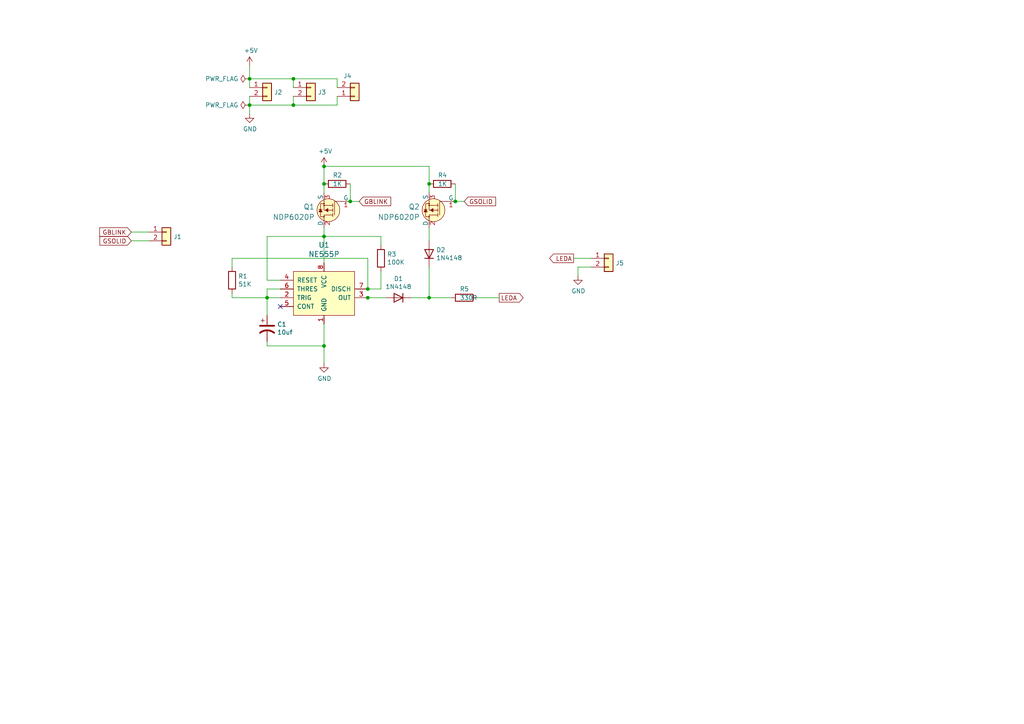
<source format=kicad_sch>
(kicad_sch (version 20211123) (generator eeschema)
  (paper "A4")
  (lib_symbols
    (symbol "Connector_Generic:Conn_01x02" (pin_names (offset 1.016) hide)
      (property "Reference" "J" (at 0 2.54 0))
      (property "Value" "Conn_01x02" (at 0 -5.08 0))
      (symbol "Conn_01x02_1_1"
        (rectangle (start -1.27 -2.413) (end 0 -2.667) (stroke (width 0.1524)))
        (rectangle (start -1.27 0.127) (end 0 -0.127) (stroke (width 0.1524)))
        (rectangle (start -1.27 1.27) (end 1.27 -3.81) (stroke (width 0.254)) (fill (type background)))
        (pin passive line (at -5.08 0 0) (length 3.81) (name "Pin_1") (number "1"))
        (pin passive line (at -5.08 -2.54 0) (length 3.81) (name "Pin_2") (number "2"))
      )
    )
    (symbol "Device:CP1" (pin_numbers hide) (pin_names (offset 0.254) hide)
      (property "Reference" "C" (at 0.635 2.54 0))
      (property "Value" "Device_CP1" (at 0.635 -2.54 0))
      (symbol "CP1_0_1"
        (polyline (pts (xy -2.032 0.762) (xy 2.032 0.762)) (stroke (width 0.508)))
        (polyline (pts (xy -1.778 2.286) (xy -0.762 2.286)))
        (polyline (pts (xy -1.27 1.778) (xy -1.27 2.794)))
        (arc (start 2.032 -1.27) (mid 0 -0.5572) (end -2.032 -1.27) (stroke (width 0.508)))
      )
      (symbol "CP1_1_1"
        (pin passive line (at 0 3.81 270) (length 2.794) (name "~") (number "1"))
        (pin passive line (at 0 -3.81 90) (length 3.302) (name "~") (number "2"))
      )
    )
    (symbol "Device:D" (pin_numbers hide) (pin_names (offset 1.016) hide)
      (property "Reference" "D" (at 0 2.54 0))
      (property "Value" "D" (at 0 -2.54 0))
      (symbol "D_0_1"
        (polyline (pts (xy -1.27 1.27) (xy -1.27 -1.27)) (stroke (width 0.254)))
        (polyline (pts (xy 1.27 0) (xy -1.27 0)))
        (polyline (pts (xy 1.27 1.27) (xy 1.27 -1.27) (xy -1.27 0) (xy 1.27 1.27)) (stroke (width 0.254)))
      )
      (symbol "D_1_1"
        (pin passive line (at -3.81 0 0) (length 2.54) (name "K") (number "1"))
        (pin passive line (at 3.81 0 180) (length 2.54) (name "A") (number "2"))
      )
    )
    (symbol "Device:R" (pin_numbers hide) (pin_names (offset 0))
      (property "Reference" "R" (at 2.032 0 90))
      (property "Value" "R" (at 0 0 90))
      (symbol "R_0_1"
        (rectangle (start -1.016 -2.54) (end 1.016 2.54) (stroke (width 0.254)))
      )
      (symbol "R_1_1"
        (pin passive line (at 0 3.81 270) (length 1.27) (name "~") (number "1"))
        (pin passive line (at 0 -3.81 90) (length 1.27) (name "~") (number "2"))
      )
    )
    (symbol "dk_Clock-Timing-Programmable-Timers-and-Oscillators:NE555P" (pin_names (offset 1.016))
      (property "Reference" "U" (at -8.89 6.35 0))
      (property "Value" "NE555P" (at 1.27 -8.89 0))
      (symbol "NE555P_0_1"
        (rectangle (start -8.89 5.08) (end 8.89 -7.62) (fill (type background)))
      )
      (symbol "NE555P_1_1"
        (pin power_in line (at 0 -10.16 90) (length 2.54) (name "GND") (number "1"))
        (pin input line (at -12.7 -2.54 0) (length 3.81) (name "TRIG") (number "2"))
        (pin output line (at 12.7 -2.54 180) (length 3.81) (name "OUT") (number "3"))
        (pin input line (at -12.7 2.54 0) (length 3.81) (name "RESET") (number "4"))
        (pin bidirectional line (at -12.7 -5.08 0) (length 3.81) (name "CONT") (number "5"))
        (pin input line (at -12.7 0 0) (length 3.81) (name "THRES") (number "6"))
        (pin output line (at 12.7 0 180) (length 3.81) (name "DISCH") (number "7"))
        (pin power_in line (at 0 7.62 270) (length 2.54) (name "VCC") (number "8"))
      )
    )
    (symbol "my symbols:NDP6020P" (pin_names (offset 0))
      (property "Reference" "Q" (at -1.6256 5.1054 0))
      (property "Value" "NDP6020P" (at 4.7244 0 90))
      (symbol "NDP6020P_0_1"
        (circle (center -1.27 0) (radius 3.302) (fill (type background)))
        (circle (center 0 -1.905) (radius 0.127))
        (circle (center 0 -1.397) (radius 0.127))
        (polyline (pts (xy 0 -1.397) (xy -2.54 -1.397)))
        (polyline (pts (xy -5.08 -2.54) (xy -3.048 -2.54) (xy -3.048 1.397)))
        (polyline (pts (xy 0 -2.54) (xy 0 0) (xy -2.54 0)))
        (polyline (pts (xy 0 2.54) (xy 0 1.397) (xy -2.54 1.397)))
        (polyline (pts (xy -0.127 -1.905) (xy 1.016 -1.905) (xy 1.016 1.397) (xy 1.016 1.905) (xy -0.127 1.905)))
        (circle (center 0 1.905) (radius 0.127))
      )
      (symbol "NDP6020P_1_1"
        (polyline (pts (xy -2.54 -1.397) (xy -2.54 -1.905)))
        (polyline (pts (xy -2.54 -1.397) (xy -2.54 -0.889)))
        (polyline (pts (xy -2.54 0) (xy -2.54 -0.508)))
        (polyline (pts (xy -2.54 0) (xy -2.54 0.508)))
        (polyline (pts (xy -2.54 1.905) (xy -2.54 0.889)))
        (polyline (pts (xy 1.524 -0.2032) (xy 0.508 -0.2032)))
        (polyline (pts (xy -0.381 0) (xy -1.143 0.508) (xy -1.143 -0.508) (xy -0.381 0)) (fill (type outline)))
        (polyline (pts (xy 1.016 -0.254) (xy 1.524 0.508) (xy 0.508 0.508) (xy 1.016 -0.254)) (fill (type outline)))
        (pin input line (at -7.62 -2.54 0) (length 2.54) (name "G") (number "1"))
        (pin output line (at 0 5.08 270) (length 2.54) (name "D") (number "2"))
        (pin input line (at 0 -5.08 90) (length 2.54) (name "S") (number "3"))
      )
    )
    (symbol "power:+5V" (power) (pin_names (offset 0))
      (property "Value" "+5V" (at 0 3.556 0))
      (symbol "+5V_0_1"
        (polyline (pts (xy -0.762 1.27) (xy 0 2.54)))
        (polyline (pts (xy 0 0) (xy 0 2.54)))
        (polyline (pts (xy 0 2.54) (xy 0.762 1.27)))
      )
      (symbol "+5V_1_1"
        (pin power_in line (at 0 0 90) (length 0) hide (name "+5V") (number "1"))
      )
    )
    (symbol "power:GND" (power) (pin_names (offset 0))
      (property "Value" "GND" (at 0 -3.81 0))
      (symbol "GND_0_1"
        (polyline (pts (xy 0 0) (xy 0 -1.27) (xy 1.27 -1.27) (xy 0 -2.54) (xy -1.27 -1.27) (xy 0 -1.27)))
      )
      (symbol "GND_1_1"
        (pin power_in line (at 0 0 270) (length 0) hide (name "GND") (number "1"))
      )
    )
    (symbol "power:PWR_FLAG" (power) (pin_numbers hide) (pin_names (offset 0) hide)
      (property "Value" "PWR_FLAG" (at 0 3.81 0))
      (symbol "PWR_FLAG_0_0"
        (pin power_out line (at 0 0 90) (length 0) (name "pwr") (number "1"))
      )
      (symbol "PWR_FLAG_0_1"
        (polyline (pts (xy 0 0) (xy 0 1.27) (xy -1.016 1.905) (xy 0 2.54) (xy 1.016 1.905) (xy 0 1.27)))
      )
    )
  )
  (junction (at 93.98 100.33))
  (junction (at 85.09 22.86))
  (junction (at 132.08 58.42))
  (junction (at 124.46 86.36))
  (junction (at 72.39 30.48))
  (junction (at 77.47 86.36))
  (junction (at 85.09 30.48))
  (junction (at 101.6 58.42))
  (junction (at 93.98 53.34))
  (junction (at 106.68 86.36))
  (junction (at 93.98 68.58))
  (junction (at 72.39 22.86))
  (junction (at 93.98 48.26))
  (junction (at 106.68 83.82))
  (junction (at 124.46 53.34))
  (no_connect (at 81.28 88.9))
  (wire (pts (xy 93.98 53.34) (xy 93.98 55.88)))
  (wire (pts (xy 132.08 53.34) (xy 132.08 58.42)))
  (wire (pts (xy 101.6 53.34) (xy 101.6 58.42)))
  (wire (pts (xy 138.43 86.36) (xy 144.78 86.36)))
  (wire (pts (xy 85.09 22.86) (xy 72.39 22.86)))
  (wire (pts (xy 124.46 53.34) (xy 124.46 55.88)))
  (wire (pts (xy 77.47 68.58) (xy 93.98 68.58)))
  (wire (pts (xy 93.98 100.33) (xy 93.98 105.41)))
  (wire (pts (xy 124.46 48.26) (xy 124.46 53.34)))
  (wire (pts (xy 93.98 76.2) (xy 93.98 68.58)))
  (wire (pts (xy 132.08 58.42) (xy 134.62 58.42)))
  (wire (pts (xy 101.6 58.42) (xy 104.14 58.42)))
  (wire (pts (xy 106.68 83.82) (xy 110.49 83.82)))
  (wire (pts (xy 43.18 67.31) (xy 38.1 67.31)))
  (wire (pts (xy 93.98 68.58) (xy 93.98 66.04)))
  (wire (pts (xy 72.39 22.86) (xy 72.39 19.05)))
  (wire (pts (xy 97.79 30.48) (xy 85.09 30.48)))
  (wire (pts (xy 67.31 86.36) (xy 67.31 85.09)))
  (wire (pts (xy 85.09 30.48) (xy 72.39 30.48)))
  (wire (pts (xy 119.38 86.36) (xy 124.46 86.36)))
  (wire (pts (xy 81.28 83.82) (xy 77.47 83.82)))
  (wire (pts (xy 81.28 86.36) (xy 77.47 86.36)))
  (wire (pts (xy 171.45 77.47) (xy 167.64 77.47)))
  (wire (pts (xy 77.47 83.82) (xy 77.47 86.36)))
  (wire (pts (xy 72.39 30.48) (xy 72.39 33.02)))
  (wire (pts (xy 85.09 27.94) (xy 85.09 30.48)))
  (wire (pts (xy 97.79 22.86) (xy 85.09 22.86)))
  (wire (pts (xy 77.47 100.33) (xy 93.98 100.33)))
  (wire (pts (xy 105.41 86.36) (xy 106.68 86.36)))
  (wire (pts (xy 93.98 93.98) (xy 93.98 100.33)))
  (wire (pts (xy 72.39 27.94) (xy 72.39 30.48)))
  (wire (pts (xy 110.49 71.12) (xy 110.49 68.58)))
  (wire (pts (xy 106.68 74.93) (xy 106.68 83.82)))
  (wire (pts (xy 167.64 77.47) (xy 167.64 80.01)))
  (wire (pts (xy 110.49 68.58) (xy 93.98 68.58)))
  (wire (pts (xy 166.37 74.93) (xy 171.45 74.93)))
  (wire (pts (xy 67.31 77.47) (xy 67.31 74.93)))
  (wire (pts (xy 124.46 86.36) (xy 130.81 86.36)))
  (wire (pts (xy 77.47 99.06) (xy 77.47 100.33)))
  (wire (pts (xy 106.68 86.36) (xy 111.76 86.36)))
  (wire (pts (xy 72.39 25.4) (xy 72.39 22.86)))
  (wire (pts (xy 85.09 25.4) (xy 85.09 22.86)))
  (wire (pts (xy 77.47 81.28) (xy 77.47 68.58)))
  (wire (pts (xy 77.47 86.36) (xy 77.47 91.44)))
  (wire (pts (xy 124.46 77.47) (xy 124.46 86.36)))
  (wire (pts (xy 124.46 66.04) (xy 124.46 69.85)))
  (wire (pts (xy 77.47 86.36) (xy 67.31 86.36)))
  (wire (pts (xy 77.47 81.28) (xy 81.28 81.28)))
  (wire (pts (xy 97.79 25.4) (xy 97.79 22.86)))
  (wire (pts (xy 93.98 48.26) (xy 93.98 53.34)))
  (wire (pts (xy 110.49 83.82) (xy 110.49 78.74)))
  (wire (pts (xy 97.79 27.94) (xy 97.79 30.48)))
  (wire (pts (xy 67.31 74.93) (xy 106.68 74.93)))
  (wire (pts (xy 124.46 48.26) (xy 93.98 48.26)))
  (wire (pts (xy 43.18 69.85) (xy 38.1 69.85)))
  (global_label "GSOLID" (shape input) (at 134.62 58.42 0) (property "Intersheet References" "${INTERSHEET_REFS}" (effects hide)))
  (global_label "LEDA" (shape output) (at 166.37 74.93 180) (property "Intersheet References" "${INTERSHEET_REFS}" (effects hide)))
  (global_label "LEDA" (shape output) (at 144.78 86.36 0) (property "Intersheet References" "${INTERSHEET_REFS}" (effects hide)))
  (global_label "GBLINK" (shape input) (at 38.1 67.31 180) (property "Intersheet References" "${INTERSHEET_REFS}" (effects hide)))
  (global_label "GSOLID" (shape input) (at 38.1 69.85 180) (property "Intersheet References" "${INTERSHEET_REFS}" (effects hide)))
  (global_label "GBLINK" (shape input) (at 104.14 58.42 0) (property "Intersheet References" "${INTERSHEET_REFS}" (effects hide)))
  (symbol (lib_id "dk_Clock-Timing-Programmable-Timers-and-Oscillators:NE555P") (at 93.98 83.82 0) (unit 1)
    (property "Reference" "U1" (at 93.98 71.0438 0) (effects (font (size 1.524 1.524))))
    (property "Value" "NE555P" (at 93.98 73.7362 0) (effects (font (size 1.524 1.524))))
    (property "Footprint" "Package_DIP:DIP-8_W7.62mm" (effects hide))
    (property "Datasheet" "http://www.ti.com/general/docs/suppproductinfo.tsp?distId=10&gotoUrl=http%3A%2F%2Fwww.ti.com%2Flit%2Fgpn%2Fne555" (effects hide))
    (property "Digi-Key_PN" "296-1411-5-ND" (effects hide))
    (property "MPN" "NE555P" (effects hide))
    (property "Category" "Integrated Circuits (ICs)" (effects hide))
    (property "Family" "Clock/Timing - Programmable Timers and Oscillators" (effects hide))
    (property "DK_Datasheet_Link" "http://www.ti.com/general/docs/suppproductinfo.tsp?distId=10&gotoUrl=http%3A%2F%2Fwww.ti.com%2Flit%2Fgpn%2Fne555" (effects hide))
    (property "DK_Detail_Page" "/product-detail/en/texas-instruments/NE555P/296-1411-5-ND/277057" (effects hide))
    (property "Description" "IC OSC SINGLE TIMER 100KHZ 8-DIP" (effects hide))
    (property "Manufacturer" "Texas Instruments" (effects hide))
    (property "Status" "Active" (effects hide))
  )
  (symbol (lib_id "Device:R") (at 110.49 74.93 0) (unit 1)
    (property "Reference" "R3" (at 112.268 73.7616 0) (effects (justify left)))
    (property "Value" "100K" (at 112.268 76.073 0) (effects (justify left)))
    (property "Footprint" "Resistor_THT:R_Axial_DIN0207_L6.3mm_D2.5mm_P10.16mm_Horizontal" (effects hide))
  )
  (symbol (lib_id "Device:R") (at 67.31 81.28 0) (unit 1)
    (property "Reference" "R1" (at 69.088 80.1116 0) (effects (justify left)))
    (property "Value" "51K" (at 69.088 82.423 0) (effects (justify left)))
    (property "Footprint" "Resistor_THT:R_Axial_DIN0207_L6.3mm_D2.5mm_P10.16mm_Horizontal" (effects hide))
  )
  (symbol (lib_id "Device:CP1") (at 77.47 95.25 0) (unit 1)
    (property "Reference" "C1" (at 80.391 94.0816 0) (effects (justify left)))
    (property "Value" "10uf" (at 80.391 96.393 0) (effects (justify left)))
    (property "Footprint" "Capacitor_THT:CP_Radial_D8.0mm_P3.50mm" (effects hide))
  )
  (symbol (lib_id "power:+5V") (at 93.98 48.26 0) (unit 1)
    (property "Reference" "#PWR03" (effects hide))
    (property "Value" "+5V" (at 94.361 43.8658 0))
  )
  (symbol (lib_id "power:GND") (at 93.98 105.41 0) (unit 1)
    (property "Reference" "#PWR04" (effects hide))
    (property "Value" "GND" (at 94.107 109.8042 0))
  )
  (symbol (lib_id "Device:R") (at 134.62 86.36 270) (unit 1)
    (property "Reference" "R5" (at 133.35 83.82 90) (effects (justify left)))
    (property "Value" "330R" (at 133.35 86.36 90) (effects (justify left)))
    (property "Footprint" "Resistor_THT:R_Axial_DIN0207_L6.3mm_D2.5mm_P10.16mm_Horizontal" (effects hide))
  )
  (symbol (lib_id "Device:D") (at 115.57 86.36 180) (unit 1)
    (property "Reference" "D1" (at 115.57 80.8482 0))
    (property "Value" "1N4148" (at 115.57 83.1596 0))
    (property "Footprint" "Diode_THT:D_DO-35_SOD27_P7.62mm_Horizontal" (effects hide))
  )
  (symbol (lib_id "Device:D") (at 124.46 73.66 90) (unit 1)
    (property "Reference" "D2" (at 126.492 72.4916 90) (effects (justify right)))
    (property "Value" "1N4148" (at 126.492 74.803 90) (effects (justify right)))
    (property "Footprint" "Diode_THT:D_DO-35_SOD27_P7.62mm_Horizontal" (effects hide))
  )
  (symbol (lib_id "Device:R") (at 128.27 53.34 270) (unit 1)
    (property "Reference" "R4" (at 127 50.8 90) (effects (justify left)))
    (property "Value" "1K" (at 127 53.34 90) (effects (justify left)))
    (property "Footprint" "Resistor_THT:R_Axial_DIN0207_L6.3mm_D2.5mm_P10.16mm_Horizontal" (effects hide))
  )
  (symbol (lib_id "Device:R") (at 97.79 53.34 270) (unit 1)
    (property "Reference" "R2" (at 96.52 50.8 90) (effects (justify left)))
    (property "Value" "1K" (at 96.52 53.34 90) (effects (justify left)))
    (property "Footprint" "Resistor_THT:R_Axial_DIN0207_L6.3mm_D2.5mm_P10.16mm_Horizontal" (effects hide))
  )
  (symbol (lib_id "Connector_Generic:Conn_01x02") (at 77.47 25.4 0) (unit 1)
    (property "Reference" "J2" (at 79.502 26.7716 0) (effects (justify left)))
    (property "Value" "Conn_01x02" (effects hide))
    (property "Footprint" "Connector_PinHeader_2.54mm:PinHeader_1x02_P2.54mm_Horizontal" (effects hide))
  )
  (symbol (lib_id "Connector_Generic:Conn_01x02") (at 90.17 25.4 0) (unit 1)
    (property "Reference" "J3" (at 92.202 26.7716 0) (effects (justify left)))
    (property "Value" "Conn_01x02" (effects hide))
    (property "Footprint" "Connector_PinSocket_2.54mm:PinSocket_1x02_P2.54mm_Horizontal" (effects hide))
  )
  (symbol (lib_id "Connector_Generic:Conn_01x02") (at 102.87 27.94 0) (mirror x) (unit 1)
    (property "Reference" "J4" (at 100.7872 22.0218 0))
    (property "Value" "Conn_01x02" (effects hide))
    (property "Footprint" "TerminalBlock_Phoenix:TerminalBlock_Phoenix_MKDS-1,5-2-5.08_1x02_P5.08mm_Horizontal" (effects hide))
  )
  (symbol (lib_id "Connector_Generic:Conn_01x02") (at 176.53 74.93 0) (unit 1)
    (property "Reference" "J5" (at 178.562 76.3016 0) (effects (justify left)))
    (property "Value" "Conn_01x02" (effects hide))
    (property "Footprint" "TerminalBlock_Phoenix:TerminalBlock_Phoenix_MKDS-1,5-2-5.08_1x02_P5.08mm_Horizontal" (effects hide))
  )
  (symbol (lib_id "Connector_Generic:Conn_01x02") (at 48.26 67.31 0) (unit 1)
    (property "Reference" "J1" (at 50.292 68.6816 0) (effects (justify left)))
    (property "Value" "Conn_01x02" (effects hide))
    (property "Footprint" "TerminalBlock_Phoenix:TerminalBlock_Phoenix_MKDS-1,5-2-5.08_1x02_P5.08mm_Horizontal" (effects hide))
  )
  (symbol (lib_id "power:+5V") (at 72.39 19.05 0) (unit 1)
    (property "Reference" "#PWR01" (effects hide))
    (property "Value" "+5V" (at 72.771 14.6558 0))
  )
  (symbol (lib_id "power:GND") (at 72.39 33.02 0) (unit 1)
    (property "Reference" "#PWR02" (effects hide))
    (property "Value" "GND" (at 72.517 37.4142 0))
  )
  (symbol (lib_id "power:PWR_FLAG") (at 72.39 22.86 90) (unit 1)
    (property "Reference" "#FLG01" (effects hide))
    (property "Value" "PWR_FLAG" (at 69.1642 22.86 90) (effects (justify left)))
  )
  (symbol (lib_id "power:PWR_FLAG") (at 72.39 30.48 90) (unit 1)
    (property "Reference" "#FLG02" (effects hide))
    (property "Value" "PWR_FLAG" (at 69.1642 30.48 90) (effects (justify left)))
  )
  (symbol (lib_id "power:GND") (at 167.64 80.01 0) (unit 1)
    (property "Reference" "#PWR05" (effects hide))
    (property "Value" "GND" (at 167.767 84.4042 0))
  )
  (symbol (lib_id "my symbols:NDP6020P") (at 93.98 60.96 180) (unit 1)
    (property "Reference" "Q1" (at 91.313 59.9838 0) (effects (font (size 1.524 1.524)) (justify left)))
    (property "Value" "NDP6020P" (at 91.313 62.9772 0) (effects (font (size 1.524 1.524)) (justify left)))
    (property "Footprint" "Package_TO_SOT_THT:TO-220-3_Vertical" (effects hide))
    (property "Datasheet" "https://www.onsemi.com/pub/Collateral/NDP6020P-D.PDF" (effects hide))
    (property "Digi-Key_PN" "NDP6020P-ND" (effects hide))
    (property "MPN" "NDP60020P" (effects hide))
    (property "Category" "Discrete Semiconductor Products" (effects hide))
    (property "Family" "Transistors - FETs, MOSFETs - Single" (effects hide))
  )
  (symbol (lib_id "my symbols:NDP6020P") (at 124.46 60.96 180) (unit 1)
    (property "Reference" "Q2" (at 121.793 59.9838 0) (effects (font (size 1.524 1.524)) (justify left)))
    (property "Value" "NDP6020P" (at 121.793 62.9772 0) (effects (font (size 1.524 1.524)) (justify left)))
    (property "Footprint" "Package_TO_SOT_THT:TO-220-3_Vertical" (effects hide))
    (property "Datasheet" "https://www.onsemi.com/pub/Collateral/NDP6020P-D.PDF" (effects hide))
    (property "Digi-Key_PN" "NDP6020P-ND" (effects hide))
    (property "MPN" "NDP60020P" (effects hide))
    (property "Category" "Discrete Semiconductor Products" (effects hide))
    (property "Family" "Transistors - FETs, MOSFETs - Single" (effects hide))
  )
)
</source>
